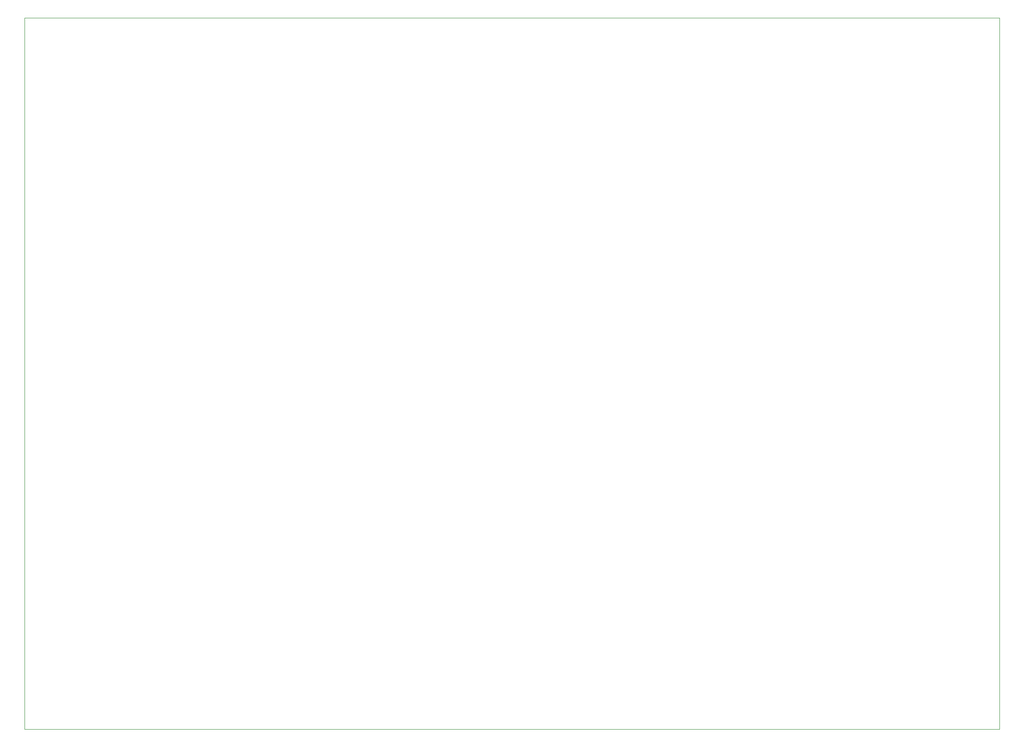
<source format=gm1>
%TF.GenerationSoftware,KiCad,Pcbnew,(7.0.0)*%
%TF.CreationDate,2023-03-03T13:10:10-05:00*%
%TF.ProjectId,new-dev-board,6e65772d-6465-4762-9d62-6f6172642e6b,rev?*%
%TF.SameCoordinates,Original*%
%TF.FileFunction,Profile,NP*%
%FSLAX46Y46*%
G04 Gerber Fmt 4.6, Leading zero omitted, Abs format (unit mm)*
G04 Created by KiCad (PCBNEW (7.0.0)) date 2023-03-03 13:10:10*
%MOMM*%
%LPD*%
G01*
G04 APERTURE LIST*
%TA.AperFunction,Profile*%
%ADD10C,0.100000*%
%TD*%
G04 APERTURE END LIST*
D10*
X52500000Y-19800000D02*
X237500000Y-19800000D01*
X237500000Y-19800000D02*
X237500000Y-154800000D01*
X237500000Y-154800000D02*
X52500000Y-154800000D01*
X52500000Y-154800000D02*
X52500000Y-19800000D01*
M02*

</source>
